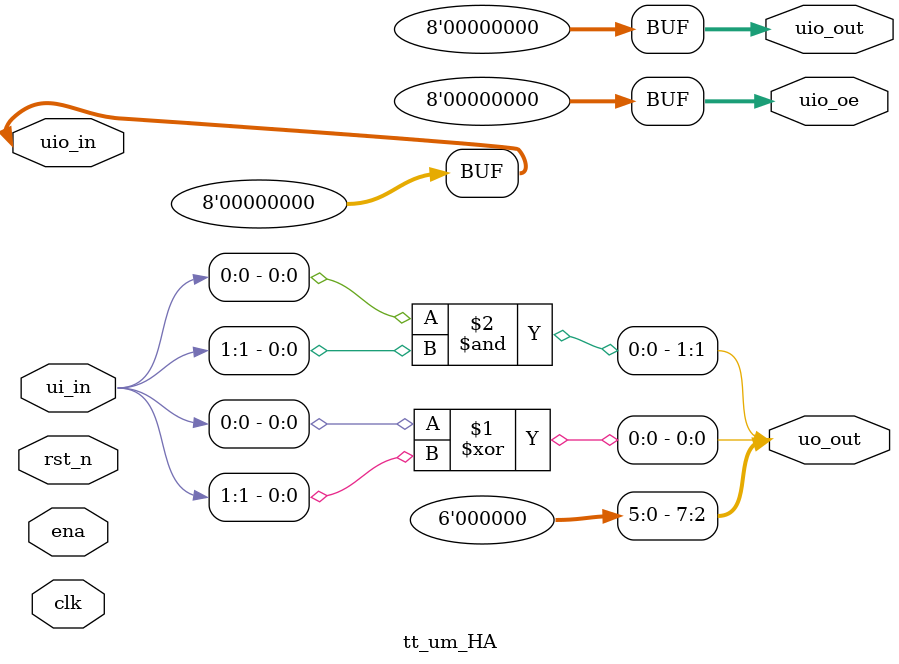
<source format=v>
/*
 * Copyright (c) 2024 Your Name
 * SPDX-License-Identifier: Apache-2.0
 */

`define default_netname none

module tt_um_HA (
    input  wire [7:0] ui_in,    // Dedicated inputs
    output wire [7:0] uo_out,   // Dedicated outputs
    input  wire [7:0] uio_in,   // IOs: Input path
    output wire [7:0] uio_out,  // IOs: Output path
    output wire [7:0] uio_oe,   // IOs: Enable path (active high: 0=input, 1=output)
    input  wire       ena,      // will go high when the design is enabled
    input  wire       clk,      // clock
    input  wire       rst_n     // reset_n - low to reset
);

  // All output pins must be assigned. If not used, assign to 0.
  // assign uo_out  = ui_in + uio_in;  // Example: ou_out is the sum of ui_in and uio_in
    assign uo_in[7:2]=6'b000000;
    assign uo_out[7:2]=6'b000000;
    assign uio_in = 0;
  assign uio_out = 0;
  assign uio_oe  = 0;
    assign uo_out[0] = ui_in[0] ^ui_in[1];// assigning sum
    assign uo_out[1] = ui_in[0] & ui_in[1];// assigning carry

endmodule

</source>
